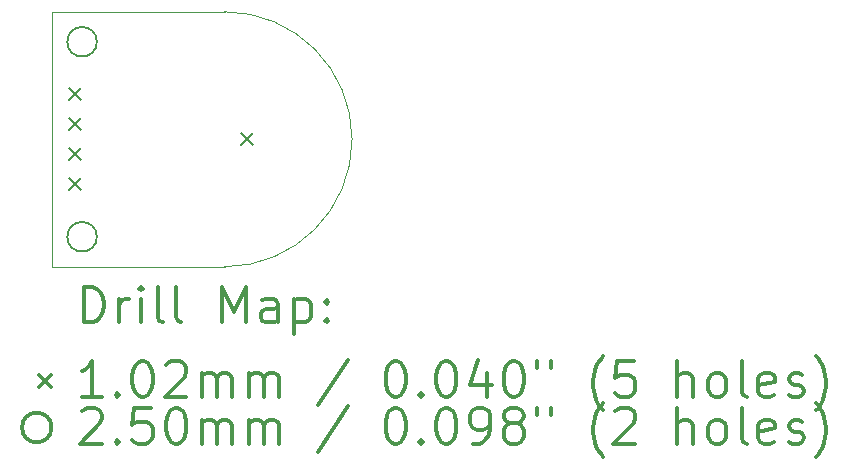
<source format=gbr>
%FSLAX45Y45*%
G04 Gerber Fmt 4.5, Leading zero omitted, Abs format (unit mm)*
G04 Created by KiCad (PCBNEW 4.0.2+dfsg1-stable) date ons 15 feb 2017 11:34:07 CET*
%MOMM*%
G01*
G04 APERTURE LIST*
%ADD10C,0.127000*%
%ADD11C,0.100000*%
%ADD12C,0.200000*%
%ADD13C,0.300000*%
G04 APERTURE END LIST*
D10*
D11*
X2540000Y1079500D02*
G75*
G03X1460500Y2159000I-1079500J0D01*
G01*
X1460500Y0D02*
G75*
G03X2540000Y1079500I0J1079500D01*
G01*
X1460500Y2159000D02*
X0Y2159000D01*
X0Y0D02*
X1460500Y0D01*
X0Y2159000D02*
X0Y0D01*
D12*
X139700Y1511300D02*
X241300Y1409700D01*
X241300Y1511300D02*
X139700Y1409700D01*
X139700Y1257300D02*
X241300Y1155700D01*
X241300Y1257300D02*
X139700Y1155700D01*
X139700Y1003300D02*
X241300Y901700D01*
X241300Y1003300D02*
X139700Y901700D01*
X139700Y749300D02*
X241300Y647700D01*
X241300Y749300D02*
X139700Y647700D01*
X1600200Y1130300D02*
X1701800Y1028700D01*
X1701800Y1130300D02*
X1600200Y1028700D01*
X379000Y1905000D02*
G75*
G03X379000Y1905000I-125000J0D01*
G01*
X379000Y254000D02*
G75*
G03X379000Y254000I-125000J0D01*
G01*
D13*
X266429Y-470714D02*
X266429Y-170714D01*
X337857Y-170714D01*
X380714Y-185000D01*
X409286Y-213571D01*
X423571Y-242143D01*
X437857Y-299286D01*
X437857Y-342143D01*
X423571Y-399286D01*
X409286Y-427857D01*
X380714Y-456429D01*
X337857Y-470714D01*
X266429Y-470714D01*
X566429Y-470714D02*
X566429Y-270714D01*
X566429Y-327857D02*
X580714Y-299286D01*
X595000Y-285000D01*
X623571Y-270714D01*
X652143Y-270714D01*
X752143Y-470714D02*
X752143Y-270714D01*
X752143Y-170714D02*
X737857Y-185000D01*
X752143Y-199286D01*
X766428Y-185000D01*
X752143Y-170714D01*
X752143Y-199286D01*
X937857Y-470714D02*
X909286Y-456429D01*
X895000Y-427857D01*
X895000Y-170714D01*
X1095000Y-470714D02*
X1066429Y-456429D01*
X1052143Y-427857D01*
X1052143Y-170714D01*
X1437857Y-470714D02*
X1437857Y-170714D01*
X1537857Y-385000D01*
X1637857Y-170714D01*
X1637857Y-470714D01*
X1909286Y-470714D02*
X1909286Y-313572D01*
X1895000Y-285000D01*
X1866428Y-270714D01*
X1809286Y-270714D01*
X1780714Y-285000D01*
X1909286Y-456429D02*
X1880714Y-470714D01*
X1809286Y-470714D01*
X1780714Y-456429D01*
X1766428Y-427857D01*
X1766428Y-399286D01*
X1780714Y-370714D01*
X1809286Y-356429D01*
X1880714Y-356429D01*
X1909286Y-342143D01*
X2052143Y-270714D02*
X2052143Y-570714D01*
X2052143Y-285000D02*
X2080714Y-270714D01*
X2137857Y-270714D01*
X2166429Y-285000D01*
X2180714Y-299286D01*
X2195000Y-327857D01*
X2195000Y-413571D01*
X2180714Y-442143D01*
X2166429Y-456429D01*
X2137857Y-470714D01*
X2080714Y-470714D01*
X2052143Y-456429D01*
X2323571Y-442143D02*
X2337857Y-456429D01*
X2323571Y-470714D01*
X2309286Y-456429D01*
X2323571Y-442143D01*
X2323571Y-470714D01*
X2323571Y-285000D02*
X2337857Y-299286D01*
X2323571Y-313572D01*
X2309286Y-299286D01*
X2323571Y-285000D01*
X2323571Y-313572D01*
X-106600Y-914200D02*
X-5000Y-1015800D01*
X-5000Y-914200D02*
X-106600Y-1015800D01*
X423571Y-1100714D02*
X252143Y-1100714D01*
X337857Y-1100714D02*
X337857Y-800714D01*
X309286Y-843571D01*
X280714Y-872143D01*
X252143Y-886429D01*
X552143Y-1072143D02*
X566429Y-1086429D01*
X552143Y-1100714D01*
X537857Y-1086429D01*
X552143Y-1072143D01*
X552143Y-1100714D01*
X752143Y-800714D02*
X780714Y-800714D01*
X809286Y-815000D01*
X823571Y-829286D01*
X837857Y-857857D01*
X852143Y-915000D01*
X852143Y-986429D01*
X837857Y-1043571D01*
X823571Y-1072143D01*
X809286Y-1086429D01*
X780714Y-1100714D01*
X752143Y-1100714D01*
X723571Y-1086429D01*
X709286Y-1072143D01*
X695000Y-1043571D01*
X680714Y-986429D01*
X680714Y-915000D01*
X695000Y-857857D01*
X709286Y-829286D01*
X723571Y-815000D01*
X752143Y-800714D01*
X966428Y-829286D02*
X980714Y-815000D01*
X1009286Y-800714D01*
X1080714Y-800714D01*
X1109286Y-815000D01*
X1123571Y-829286D01*
X1137857Y-857857D01*
X1137857Y-886429D01*
X1123571Y-929286D01*
X952143Y-1100714D01*
X1137857Y-1100714D01*
X1266429Y-1100714D02*
X1266429Y-900714D01*
X1266429Y-929286D02*
X1280714Y-915000D01*
X1309286Y-900714D01*
X1352143Y-900714D01*
X1380714Y-915000D01*
X1395000Y-943571D01*
X1395000Y-1100714D01*
X1395000Y-943571D02*
X1409286Y-915000D01*
X1437857Y-900714D01*
X1480714Y-900714D01*
X1509286Y-915000D01*
X1523571Y-943571D01*
X1523571Y-1100714D01*
X1666428Y-1100714D02*
X1666428Y-900714D01*
X1666428Y-929286D02*
X1680714Y-915000D01*
X1709286Y-900714D01*
X1752143Y-900714D01*
X1780714Y-915000D01*
X1795000Y-943571D01*
X1795000Y-1100714D01*
X1795000Y-943571D02*
X1809286Y-915000D01*
X1837857Y-900714D01*
X1880714Y-900714D01*
X1909286Y-915000D01*
X1923571Y-943571D01*
X1923571Y-1100714D01*
X2509286Y-786429D02*
X2252143Y-1172143D01*
X2895000Y-800714D02*
X2923571Y-800714D01*
X2952143Y-815000D01*
X2966428Y-829286D01*
X2980714Y-857857D01*
X2995000Y-915000D01*
X2995000Y-986429D01*
X2980714Y-1043571D01*
X2966428Y-1072143D01*
X2952143Y-1086429D01*
X2923571Y-1100714D01*
X2895000Y-1100714D01*
X2866428Y-1086429D01*
X2852143Y-1072143D01*
X2837857Y-1043571D01*
X2823571Y-986429D01*
X2823571Y-915000D01*
X2837857Y-857857D01*
X2852143Y-829286D01*
X2866428Y-815000D01*
X2895000Y-800714D01*
X3123571Y-1072143D02*
X3137857Y-1086429D01*
X3123571Y-1100714D01*
X3109286Y-1086429D01*
X3123571Y-1072143D01*
X3123571Y-1100714D01*
X3323571Y-800714D02*
X3352143Y-800714D01*
X3380714Y-815000D01*
X3395000Y-829286D01*
X3409285Y-857857D01*
X3423571Y-915000D01*
X3423571Y-986429D01*
X3409285Y-1043571D01*
X3395000Y-1072143D01*
X3380714Y-1086429D01*
X3352143Y-1100714D01*
X3323571Y-1100714D01*
X3295000Y-1086429D01*
X3280714Y-1072143D01*
X3266428Y-1043571D01*
X3252143Y-986429D01*
X3252143Y-915000D01*
X3266428Y-857857D01*
X3280714Y-829286D01*
X3295000Y-815000D01*
X3323571Y-800714D01*
X3680714Y-900714D02*
X3680714Y-1100714D01*
X3609285Y-786429D02*
X3537857Y-1000714D01*
X3723571Y-1000714D01*
X3895000Y-800714D02*
X3923571Y-800714D01*
X3952143Y-815000D01*
X3966428Y-829286D01*
X3980714Y-857857D01*
X3995000Y-915000D01*
X3995000Y-986429D01*
X3980714Y-1043571D01*
X3966428Y-1072143D01*
X3952143Y-1086429D01*
X3923571Y-1100714D01*
X3895000Y-1100714D01*
X3866428Y-1086429D01*
X3852143Y-1072143D01*
X3837857Y-1043571D01*
X3823571Y-986429D01*
X3823571Y-915000D01*
X3837857Y-857857D01*
X3852143Y-829286D01*
X3866428Y-815000D01*
X3895000Y-800714D01*
X4109286Y-800714D02*
X4109286Y-857857D01*
X4223571Y-800714D02*
X4223571Y-857857D01*
X4666428Y-1215000D02*
X4652143Y-1200714D01*
X4623571Y-1157857D01*
X4609286Y-1129286D01*
X4595000Y-1086429D01*
X4580714Y-1015000D01*
X4580714Y-957857D01*
X4595000Y-886429D01*
X4609286Y-843571D01*
X4623571Y-815000D01*
X4652143Y-772143D01*
X4666428Y-757857D01*
X4923571Y-800714D02*
X4780714Y-800714D01*
X4766428Y-943571D01*
X4780714Y-929286D01*
X4809286Y-915000D01*
X4880714Y-915000D01*
X4909286Y-929286D01*
X4923571Y-943571D01*
X4937857Y-972143D01*
X4937857Y-1043571D01*
X4923571Y-1072143D01*
X4909286Y-1086429D01*
X4880714Y-1100714D01*
X4809286Y-1100714D01*
X4780714Y-1086429D01*
X4766428Y-1072143D01*
X5295000Y-1100714D02*
X5295000Y-800714D01*
X5423571Y-1100714D02*
X5423571Y-943571D01*
X5409286Y-915000D01*
X5380714Y-900714D01*
X5337857Y-900714D01*
X5309286Y-915000D01*
X5295000Y-929286D01*
X5609285Y-1100714D02*
X5580714Y-1086429D01*
X5566428Y-1072143D01*
X5552143Y-1043571D01*
X5552143Y-957857D01*
X5566428Y-929286D01*
X5580714Y-915000D01*
X5609285Y-900714D01*
X5652143Y-900714D01*
X5680714Y-915000D01*
X5695000Y-929286D01*
X5709285Y-957857D01*
X5709285Y-1043571D01*
X5695000Y-1072143D01*
X5680714Y-1086429D01*
X5652143Y-1100714D01*
X5609285Y-1100714D01*
X5880714Y-1100714D02*
X5852143Y-1086429D01*
X5837857Y-1057857D01*
X5837857Y-800714D01*
X6109286Y-1086429D02*
X6080714Y-1100714D01*
X6023571Y-1100714D01*
X5995000Y-1086429D01*
X5980714Y-1057857D01*
X5980714Y-943571D01*
X5995000Y-915000D01*
X6023571Y-900714D01*
X6080714Y-900714D01*
X6109286Y-915000D01*
X6123571Y-943571D01*
X6123571Y-972143D01*
X5980714Y-1000714D01*
X6237857Y-1086429D02*
X6266428Y-1100714D01*
X6323571Y-1100714D01*
X6352143Y-1086429D01*
X6366428Y-1057857D01*
X6366428Y-1043571D01*
X6352143Y-1015000D01*
X6323571Y-1000714D01*
X6280714Y-1000714D01*
X6252143Y-986429D01*
X6237857Y-957857D01*
X6237857Y-943571D01*
X6252143Y-915000D01*
X6280714Y-900714D01*
X6323571Y-900714D01*
X6352143Y-915000D01*
X6466428Y-1215000D02*
X6480714Y-1200714D01*
X6509286Y-1157857D01*
X6523571Y-1129286D01*
X6537857Y-1086429D01*
X6552143Y-1015000D01*
X6552143Y-957857D01*
X6537857Y-886429D01*
X6523571Y-843571D01*
X6509286Y-815000D01*
X6480714Y-772143D01*
X6466428Y-757857D01*
X-5000Y-1361000D02*
G75*
G03X-5000Y-1361000I-125000J0D01*
G01*
X252143Y-1225286D02*
X266429Y-1211000D01*
X295000Y-1196714D01*
X366428Y-1196714D01*
X395000Y-1211000D01*
X409286Y-1225286D01*
X423571Y-1253857D01*
X423571Y-1282429D01*
X409286Y-1325286D01*
X237857Y-1496714D01*
X423571Y-1496714D01*
X552143Y-1468143D02*
X566429Y-1482429D01*
X552143Y-1496714D01*
X537857Y-1482429D01*
X552143Y-1468143D01*
X552143Y-1496714D01*
X837857Y-1196714D02*
X695000Y-1196714D01*
X680714Y-1339572D01*
X695000Y-1325286D01*
X723571Y-1311000D01*
X795000Y-1311000D01*
X823571Y-1325286D01*
X837857Y-1339572D01*
X852143Y-1368143D01*
X852143Y-1439571D01*
X837857Y-1468143D01*
X823571Y-1482429D01*
X795000Y-1496714D01*
X723571Y-1496714D01*
X695000Y-1482429D01*
X680714Y-1468143D01*
X1037857Y-1196714D02*
X1066429Y-1196714D01*
X1095000Y-1211000D01*
X1109286Y-1225286D01*
X1123571Y-1253857D01*
X1137857Y-1311000D01*
X1137857Y-1382429D01*
X1123571Y-1439571D01*
X1109286Y-1468143D01*
X1095000Y-1482429D01*
X1066429Y-1496714D01*
X1037857Y-1496714D01*
X1009286Y-1482429D01*
X995000Y-1468143D01*
X980714Y-1439571D01*
X966428Y-1382429D01*
X966428Y-1311000D01*
X980714Y-1253857D01*
X995000Y-1225286D01*
X1009286Y-1211000D01*
X1037857Y-1196714D01*
X1266429Y-1496714D02*
X1266429Y-1296714D01*
X1266429Y-1325286D02*
X1280714Y-1311000D01*
X1309286Y-1296714D01*
X1352143Y-1296714D01*
X1380714Y-1311000D01*
X1395000Y-1339572D01*
X1395000Y-1496714D01*
X1395000Y-1339572D02*
X1409286Y-1311000D01*
X1437857Y-1296714D01*
X1480714Y-1296714D01*
X1509286Y-1311000D01*
X1523571Y-1339572D01*
X1523571Y-1496714D01*
X1666428Y-1496714D02*
X1666428Y-1296714D01*
X1666428Y-1325286D02*
X1680714Y-1311000D01*
X1709286Y-1296714D01*
X1752143Y-1296714D01*
X1780714Y-1311000D01*
X1795000Y-1339572D01*
X1795000Y-1496714D01*
X1795000Y-1339572D02*
X1809286Y-1311000D01*
X1837857Y-1296714D01*
X1880714Y-1296714D01*
X1909286Y-1311000D01*
X1923571Y-1339572D01*
X1923571Y-1496714D01*
X2509286Y-1182429D02*
X2252143Y-1568143D01*
X2895000Y-1196714D02*
X2923571Y-1196714D01*
X2952143Y-1211000D01*
X2966428Y-1225286D01*
X2980714Y-1253857D01*
X2995000Y-1311000D01*
X2995000Y-1382429D01*
X2980714Y-1439571D01*
X2966428Y-1468143D01*
X2952143Y-1482429D01*
X2923571Y-1496714D01*
X2895000Y-1496714D01*
X2866428Y-1482429D01*
X2852143Y-1468143D01*
X2837857Y-1439571D01*
X2823571Y-1382429D01*
X2823571Y-1311000D01*
X2837857Y-1253857D01*
X2852143Y-1225286D01*
X2866428Y-1211000D01*
X2895000Y-1196714D01*
X3123571Y-1468143D02*
X3137857Y-1482429D01*
X3123571Y-1496714D01*
X3109286Y-1482429D01*
X3123571Y-1468143D01*
X3123571Y-1496714D01*
X3323571Y-1196714D02*
X3352143Y-1196714D01*
X3380714Y-1211000D01*
X3395000Y-1225286D01*
X3409285Y-1253857D01*
X3423571Y-1311000D01*
X3423571Y-1382429D01*
X3409285Y-1439571D01*
X3395000Y-1468143D01*
X3380714Y-1482429D01*
X3352143Y-1496714D01*
X3323571Y-1496714D01*
X3295000Y-1482429D01*
X3280714Y-1468143D01*
X3266428Y-1439571D01*
X3252143Y-1382429D01*
X3252143Y-1311000D01*
X3266428Y-1253857D01*
X3280714Y-1225286D01*
X3295000Y-1211000D01*
X3323571Y-1196714D01*
X3566428Y-1496714D02*
X3623571Y-1496714D01*
X3652143Y-1482429D01*
X3666428Y-1468143D01*
X3695000Y-1425286D01*
X3709285Y-1368143D01*
X3709285Y-1253857D01*
X3695000Y-1225286D01*
X3680714Y-1211000D01*
X3652143Y-1196714D01*
X3595000Y-1196714D01*
X3566428Y-1211000D01*
X3552143Y-1225286D01*
X3537857Y-1253857D01*
X3537857Y-1325286D01*
X3552143Y-1353857D01*
X3566428Y-1368143D01*
X3595000Y-1382429D01*
X3652143Y-1382429D01*
X3680714Y-1368143D01*
X3695000Y-1353857D01*
X3709285Y-1325286D01*
X3880714Y-1325286D02*
X3852143Y-1311000D01*
X3837857Y-1296714D01*
X3823571Y-1268143D01*
X3823571Y-1253857D01*
X3837857Y-1225286D01*
X3852143Y-1211000D01*
X3880714Y-1196714D01*
X3937857Y-1196714D01*
X3966428Y-1211000D01*
X3980714Y-1225286D01*
X3995000Y-1253857D01*
X3995000Y-1268143D01*
X3980714Y-1296714D01*
X3966428Y-1311000D01*
X3937857Y-1325286D01*
X3880714Y-1325286D01*
X3852143Y-1339572D01*
X3837857Y-1353857D01*
X3823571Y-1382429D01*
X3823571Y-1439571D01*
X3837857Y-1468143D01*
X3852143Y-1482429D01*
X3880714Y-1496714D01*
X3937857Y-1496714D01*
X3966428Y-1482429D01*
X3980714Y-1468143D01*
X3995000Y-1439571D01*
X3995000Y-1382429D01*
X3980714Y-1353857D01*
X3966428Y-1339572D01*
X3937857Y-1325286D01*
X4109286Y-1196714D02*
X4109286Y-1253857D01*
X4223571Y-1196714D02*
X4223571Y-1253857D01*
X4666428Y-1611000D02*
X4652143Y-1596714D01*
X4623571Y-1553857D01*
X4609286Y-1525286D01*
X4595000Y-1482429D01*
X4580714Y-1411000D01*
X4580714Y-1353857D01*
X4595000Y-1282429D01*
X4609286Y-1239572D01*
X4623571Y-1211000D01*
X4652143Y-1168143D01*
X4666428Y-1153857D01*
X4766428Y-1225286D02*
X4780714Y-1211000D01*
X4809286Y-1196714D01*
X4880714Y-1196714D01*
X4909286Y-1211000D01*
X4923571Y-1225286D01*
X4937857Y-1253857D01*
X4937857Y-1282429D01*
X4923571Y-1325286D01*
X4752143Y-1496714D01*
X4937857Y-1496714D01*
X5295000Y-1496714D02*
X5295000Y-1196714D01*
X5423571Y-1496714D02*
X5423571Y-1339572D01*
X5409286Y-1311000D01*
X5380714Y-1296714D01*
X5337857Y-1296714D01*
X5309286Y-1311000D01*
X5295000Y-1325286D01*
X5609285Y-1496714D02*
X5580714Y-1482429D01*
X5566428Y-1468143D01*
X5552143Y-1439571D01*
X5552143Y-1353857D01*
X5566428Y-1325286D01*
X5580714Y-1311000D01*
X5609285Y-1296714D01*
X5652143Y-1296714D01*
X5680714Y-1311000D01*
X5695000Y-1325286D01*
X5709285Y-1353857D01*
X5709285Y-1439571D01*
X5695000Y-1468143D01*
X5680714Y-1482429D01*
X5652143Y-1496714D01*
X5609285Y-1496714D01*
X5880714Y-1496714D02*
X5852143Y-1482429D01*
X5837857Y-1453857D01*
X5837857Y-1196714D01*
X6109286Y-1482429D02*
X6080714Y-1496714D01*
X6023571Y-1496714D01*
X5995000Y-1482429D01*
X5980714Y-1453857D01*
X5980714Y-1339572D01*
X5995000Y-1311000D01*
X6023571Y-1296714D01*
X6080714Y-1296714D01*
X6109286Y-1311000D01*
X6123571Y-1339572D01*
X6123571Y-1368143D01*
X5980714Y-1396714D01*
X6237857Y-1482429D02*
X6266428Y-1496714D01*
X6323571Y-1496714D01*
X6352143Y-1482429D01*
X6366428Y-1453857D01*
X6366428Y-1439571D01*
X6352143Y-1411000D01*
X6323571Y-1396714D01*
X6280714Y-1396714D01*
X6252143Y-1382429D01*
X6237857Y-1353857D01*
X6237857Y-1339572D01*
X6252143Y-1311000D01*
X6280714Y-1296714D01*
X6323571Y-1296714D01*
X6352143Y-1311000D01*
X6466428Y-1611000D02*
X6480714Y-1596714D01*
X6509286Y-1553857D01*
X6523571Y-1525286D01*
X6537857Y-1482429D01*
X6552143Y-1411000D01*
X6552143Y-1353857D01*
X6537857Y-1282429D01*
X6523571Y-1239572D01*
X6509286Y-1211000D01*
X6480714Y-1168143D01*
X6466428Y-1153857D01*
M02*

</source>
